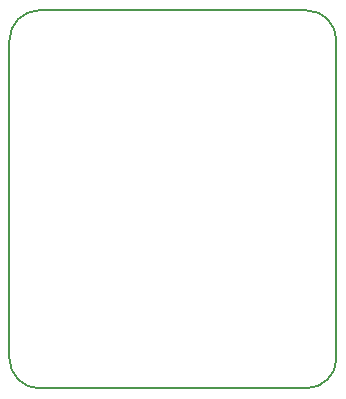
<source format=gbr>
G04 #@! TF.GenerationSoftware,KiCad,Pcbnew,(5.0.2)-1*
G04 #@! TF.CreationDate,2019-03-31T11:29:19+03:00*
G04 #@! TF.ProjectId,galvo-schematic,67616c76-6f2d-4736-9368-656d61746963,rev?*
G04 #@! TF.SameCoordinates,Original*
G04 #@! TF.FileFunction,Profile,NP*
%FSLAX46Y46*%
G04 Gerber Fmt 4.6, Leading zero omitted, Abs format (unit mm)*
G04 Created by KiCad (PCBNEW (5.0.2)-1) date 31.03.2019 11:29:19*
%MOMM*%
%LPD*%
G01*
G04 APERTURE LIST*
%ADD10C,0.200000*%
G04 APERTURE END LIST*
D10*
X146558000Y-81788000D02*
G75*
G02X149098000Y-84328000I0J-2540000D01*
G01*
X123952000Y-113792000D02*
G75*
G02X121412000Y-111252000I0J2540000D01*
G01*
X149098000Y-111252000D02*
G75*
G02X146558000Y-113792000I-2540000J0D01*
G01*
X121412000Y-84328000D02*
G75*
G02X123952000Y-81788000I2540000J0D01*
G01*
X123952000Y-113792000D02*
X146558000Y-113792000D01*
X121412000Y-111252000D02*
X121412000Y-84328000D01*
X149098000Y-84328000D02*
X149098000Y-111252000D01*
X123952000Y-81788000D02*
X146558000Y-81788000D01*
M02*

</source>
